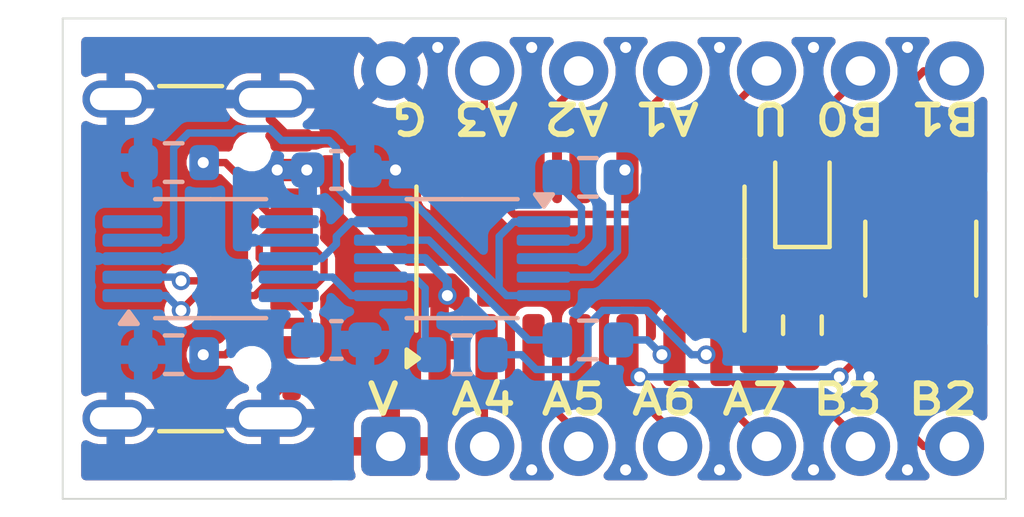
<source format=kicad_pcb>
(kicad_pcb (version 20241229) (generator "pcbnew") (generator_version "9.0")
  (layers (0 "F.Cu" signal) (2 "B.Cu" signal) (13 "F.Paste" user) (15 "B.Paste" user) (5 "F.SilkS" user "F.Silkscreen") (7 "B.SilkS" user "B.Silkscreen") (1 "F.Mask" user) (3 "B.Mask" user) (25 "Edge.Cuts" user))
  (net 0 "")
  (net 1 "PA1")
  (net 2 "GND")
  (net 3 "PA4")
  (net 4 "PA7")
  (net 5 "PA6")
  (net 6 "PB2")
  (net 7 "PB0")
  (net 8 "PB1")
  (net 9 "PA2")
  (net 10 "PA3")
  (net 11 "PA5")
  (net 12 "PB3")
  (net 13 "VCC")
  (net 14 "Net-(J2-CC1)")
  (net 15 "D+")
  (net 16 "D-")
  (net 17 "Net-(J2-CC2)")
  (net 18 "UPDI")
  (net 19 "Net-(R5-Pad1)")
  (net 21 "RTS#")
  (net 23 "TXD")
  (net 24 "RXD")
  (net 25 "Net-(U2-V3)")
  (net 28 "Net-(D1-K)")
  (net 29 "Net-(R3-Pad1)")
  (net 30 "Net-(R4-Pad1)")
  (footprint "LED_SMD:LED_0603_1608Metric" (layer "F.Cu") (at 112.4 98.2 90)
    (property "Reference" "D1" (hide yes))
    (property "Value" "LED_Small" (hide yes))
    (fp_line (start 0.8 -0.735) (end -1.485 -0.735) (stroke (width 0.12)) (layer "F.SilkS"))
    (fp_line (start -1.485 -0.735) (end -1.485 0.735) (stroke (width 0.12)) (layer "F.SilkS"))
    (fp_line (start -1.485 0.735) (end 0.8 0.735) (stroke (width 0.12)) (layer "F.SilkS"))
    (pad "1" smd roundrect (at -0.7875 0 90) (size 0.875 0.95) (layers "F.Cu" "F.Mask" "F.Paste") (net 28 "Net-(D1-K)"))
    (pad "2" smd roundrect (at 0.7875 0 90) (size 0.875 0.95) (layers "F.Cu" "F.Mask" "F.Paste") (net 10 "PA3"))
  )
  (footprint "Package_DIP:DIP-14_W10.16mm" (layer "F.Cu") (at 101.27 105.08 90)
    (property "Reference" "J1" (hide yes))
    (property "Value" "Conn_02x07_Counter_Clockwise" (hide yes))
    (pad "1" thru_hole roundrect (at 0 0 90) (size 1.6 1.6) (drill 0.8) (layers "*.Cu" "*.Mask") (roundrect_rratio 0.15625) (net 13 "VCC"))
    (pad "2" thru_hole circle (at 0 2.54 90) (size 1.6 1.6) (drill 0.8) (layers "*.Cu" "*.Mask") (net 3 "PA4"))
    (pad "3" thru_hole circle (at 0 5.08 90) (size 1.6 1.6) (drill 0.8) (layers "*.Cu" "*.Mask") (net 11 "PA5"))
    (pad "4" thru_hole circle (at 0 7.62 90) (size 1.6 1.6) (drill 0.8) (layers "*.Cu" "*.Mask") (net 5 "PA6"))
    (pad "5" thru_hole circle (at 0 10.16 90) (size 1.6 1.6) (drill 0.8) (layers "*.Cu" "*.Mask") (net 4 "PA7"))
    (pad "6" thru_hole circle (at 0 12.7 90) (size 1.6 1.6) (drill 0.8) (layers "*.Cu" "*.Mask") (net 12 "PB3"))
    (pad "7" thru_hole circle (at 0 15.24 90) (size 1.6 1.6) (drill 0.8) (layers "*.Cu" "*.Mask") (net 6 "PB2"))
    (pad "8" thru_hole circle (at 10.16 15.24 90) (size 1.6 1.6) (drill 0.8) (layers "*.Cu" "*.Mask") (net 8 "PB1"))
    (pad "9" thru_hole circle (at 10.16 12.7 90) (size 1.6 1.6) (drill 0.8) (layers "*.Cu" "*.Mask") (net 7 "PB0"))
    (pad "10" thru_hole circle (at 10.16 10.16 90) (size 1.6 1.6) (drill 0.8) (layers "*.Cu" "*.Mask") (net 18 "UPDI"))
    (pad "11" thru_hole circle (at 10.16 7.62 90) (size 1.6 1.6) (drill 0.8) (layers "*.Cu" "*.Mask") (net 1 "PA1"))
    (pad "12" thru_hole circle (at 10.16 5.08 90) (size 1.6 1.6) (drill 0.8) (layers "*.Cu" "*.Mask") (net 9 "PA2"))
    (pad "13" thru_hole circle (at 10.16 2.54 90) (size 1.6 1.6) (drill 0.8) (layers "*.Cu" "*.Mask") (net 10 "PA3"))
    (pad "14" thru_hole circle (at 10.16 0 90) (size 1.6 1.6) (drill 0.8) (layers "*.Cu" "*.Mask") (net 2 "GND"))
  )
  (footprint "Library:alps-skrp" (layer "F.Cu") (at 115.6 100 -90)
    (property "Reference" "SW1" (hide yes))
    (property "Value" "SW_Push" (hide yes))
    (fp_line (start -1 1.5) (end 1 1.5) (stroke (width 0.12)) (layer "F.SilkS"))
    (fp_line (start -1 -1.5) (end 1 -1.5) (stroke (width 0.12)) (layer "F.SilkS"))
    (pad "1" smd rect (at -2.075 1.075 270) (size 1.05 0.65) (layers "F.Cu" "F.Mask" "F.Paste") (net 4 "PA7"))
    (pad "1" smd rect (at 2.075 1.075 270) (size 1.05 0.65) (layers "F.Cu" "F.Mask" "F.Paste") (net 4 "PA7"))
    (pad "2" smd rect (at -2.075 -1.075 270) (size 1.05 0.65) (layers "F.Cu" "F.Mask" "F.Paste") (net 2 "GND"))
    (pad "2" smd rect (at 2.075 -1.075 270) (size 1.05 0.65) (layers "F.Cu" "F.Mask" "F.Paste") (net 2 "GND"))
  )
  (footprint "Resistor_SMD:R_0603_1608Metric" (layer "F.Cu") (at 112.4 101.8 -90)
    (property "Reference" "R6" (hide yes))
    (property "Value" "10k" (hide yes))
    (fp_line (start -0.237258 0.5225) (end 0.237258 0.5225) (stroke (width 0.12)) (layer "F.SilkS"))
    (fp_line (start -0.237258 -0.5225) (end 0.237258 -0.5225) (stroke (width 0.12)) (layer "F.SilkS"))
    (pad "1" smd roundrect (at -0.825 0 270) (size 0.8 0.95) (layers "F.Cu" "F.Mask" "F.Paste") (net 28 "Net-(D1-K)"))
    (pad "2" smd roundrect (at 0.825 0 270) (size 0.8 0.95) (layers "F.Cu" "F.Mask" "F.Paste") (net 2 "GND"))
  )
  (footprint "Package_SO:SOIC-14_3.9x8.7mm_P1.27mm" (layer "F.Cu") (at 106.4 100 90)
    (property "Reference" "U1" (hide yes))
    (property "Value" "ATtiny1604-SS" (hide yes))
    (fp_line (start 0 -4.435) (end 1.95 -4.435) (stroke (width 0.12)) (layer "F.SilkS"))
    (fp_line (start 0 -4.435) (end -1.95 -4.435) (stroke (width 0.12)) (layer "F.SilkS"))
    (fp_line (start 0 4.435) (end 1.95 4.435) (stroke (width 0.12)) (layer "F.SilkS"))
    (fp_line (start 0 4.435) (end -1.95 4.435) (stroke (width 0.12)) (layer "F.SilkS"))
    (fp_poly (pts (xy -2.7 -4.37) (xy -2.94 -4.7) (xy -2.46 -4.7)) (stroke (width 0.12)) (fill yes) (layer "F.SilkS"))
    (pad "1" smd roundrect (at -2.475 -3.81 90) (size 1.95 0.6) (layers "F.Cu" "F.Mask" "F.Paste") (net 13 "VCC"))
    (pad "2" smd roundrect (at -2.475 -2.54 90) (size 1.95 0.6) (layers "F.Cu" "F.Mask" "F.Paste") (net 3 "PA4"))
    (pad "3" smd roundrect (at -2.475 -1.27 90) (size 1.95 0.6) (layers "F.Cu" "F.Mask" "F.Paste") (net 11 "PA5"))
    (pad "4" smd roundrect (at -2.475 0 90) (size 1.95 0.6) (layers "F.Cu" "F.Mask" "F.Paste") (net 5 "PA6"))
    (pad "5" smd roundrect (at -2.475 1.27 90) (size 1.95 0.6) (layers "F.Cu" "F.Mask" "F.Paste") (net 4 "PA7"))
    (pad "6" smd roundrect (at -2.475 2.54 90) (size 1.95 0.6) (layers "F.Cu" "F.Mask" "F.Paste") (net 12 "PB3"))
    (pad "7" smd roundrect (at -2.475 3.81 90) (size 1.95 0.6) (layers "F.Cu" "F.Mask" "F.Paste") (net 6 "PB2"))
    (pad "8" smd roundrect (at 2.475 3.81 90) (size 1.95 0.6) (layers "F.Cu" "F.Mask" "F.Paste") (net 8 "PB1"))
    (pad "9" smd roundrect (at 2.475 2.54 90) (size 1.95 0.6) (layers "F.Cu" "F.Mask" "F.Paste") (net 7 "PB0"))
    (pad "10" smd roundrect (at 2.475 1.27 90) (size 1.95 0.6) (layers "F.Cu" "F.Mask" "F.Paste") (net 18 "UPDI"))
    (pad "11" smd roundrect (at 2.475 0 90) (size 1.95 0.6) (layers "F.Cu" "F.Mask" "F.Paste") (net 1 "PA1"))
    (pad "12" smd roundrect (at 2.475 -1.27 90) (size 1.95 0.6) (layers "F.Cu" "F.Mask" "F.Paste") (net 9 "PA2"))
    (pad "13" smd roundrect (at 2.475 -2.54 90) (size 1.95 0.6) (layers "F.Cu" "F.Mask" "F.Paste") (net 10 "PA3"))
    (pad "14" smd roundrect (at 2.475 -3.81 90) (size 1.95 0.6) (layers "F.Cu" "F.Mask" "F.Paste") (net 2 "GND"))
  )
  (footprint "Connector_USB:USB_C_Receptacle_GCT_USB4105-xx-A_16P_TopMnt_Horizontal" (layer "F.Cu") (at 94.91 100 -90)
    (property "Reference" "J2" (hide yes))
    (property "Value" "USB_C_Receptacle_USB2.0_16P" (hide yes))
    (fp_line (start -4.67 -0.1) (end -4.67 -1.8) (stroke (width 0.12)) (layer "F.SilkS"))
    (fp_line (start 4.67 -0.1) (end 4.67 -1.8) (stroke (width 0.12)) (layer "F.SilkS"))
    (pad "" np_thru_hole circle (at -2.89 -2.605 270) (size 0.65 0.65) (drill 0.65) (layers "*.Cu" "*.Mask"))
    (pad "" np_thru_hole circle (at 2.89 -2.605 270) (size 0.65 0.65) (drill 0.65) (layers "*.Cu" "*.Mask"))
    (pad "A1" smd roundrect (at -3.2 -3.68 270) (size 0.6 1.15) (layers "F.Cu" "F.Mask" "F.Paste") (net 2 "GND"))
    (pad "A4" smd roundrect (at -2.4 -3.68 270) (size 0.6 1.15) (layers "F.Cu" "F.Mask" "F.Paste") (net 13 "VCC"))
    (pad "A5" smd roundrect (at -1.25 -3.68 270) (size 0.3 1.15) (layers "F.Cu" "F.Mask" "F.Paste") (net 14 "Net-(J2-CC1)"))
    (pad "A6" smd roundrect (at -0.25 -3.68 270) (size 0.3 1.15) (layers "F.Cu" "F.Mask" "F.Paste") (net 15 "D+"))
    (pad "A7" smd roundrect (at 0.25 -3.68 270) (size 0.3 1.15) (layers "F.Cu" "F.Mask" "F.Paste") (net 16 "D-"))
    (pad "A8" smd roundrect (at 1.25 -3.68 270) (size 0.3 1.15) (layers "F.Cu" "F.Mask" "F.Paste"))
    (pad "A9" smd roundrect (at 2.4 -3.68 270) (size 0.6 1.15) (layers "F.Cu" "F.Mask" "F.Paste") (net 13 "VCC"))
    (pad "A12" smd roundrect (at 3.2 -3.68 270) (size 0.6 1.15) (layers "F.Cu" "F.Mask" "F.Paste") (net 2 "GND"))
    (pad "B1" smd roundrect (at 3.2 -3.68 270) (size 0.6 1.15) (layers "F.Cu" "F.Mask" "F.Paste") (net 2 "GND"))
    (pad "B4" smd roundrect (at 2.4 -3.68 270) (size 0.6 1.15) (layers "F.Cu" "F.Mask" "F.Paste") (net 13 "VCC"))
    (pad "B5" smd roundrect (at 1.75 -3.68 270) (size 0.3 1.15) (layers "F.Cu" "F.Mask" "F.Paste") (net 17 "Net-(J2-CC2)"))
    (pad "B6" smd roundrect (at 0.75 -3.68 270) (size 0.3 1.15) (layers "F.Cu" "F.Mask" "F.Paste") (net 15 "D+"))
    (pad "B7" smd roundrect (at -0.75 -3.68 270) (size 0.3 1.15) (layers "F.Cu" "F.Mask" "F.Paste") (net 16 "D-"))
    (pad "B8" smd roundrect (at -1.75 -3.68 270) (size 0.3 1.15) (layers "F.Cu" "F.Mask" "F.Paste"))
    (pad "B9" smd roundrect (at -2.4 -3.68 270) (size 0.6 1.15) (layers "F.Cu" "F.Mask" "F.Paste") (net 13 "VCC"))
    (pad "B12" smd roundrect (at -3.2 -3.68 270) (size 0.6 1.15) (layers "F.Cu" "F.Mask" "F.Paste") (net 2 "GND"))
    (pad "S1" thru_hole oval (at -4.32 -3.105 270) (size 1 2.1) (drill oval 0.6 1.7) (property pad_prop_heatsink) (layers "*.Cu" "*.Mask" "F.Paste") (net 2 "GND"))
    (pad "S1" thru_hole oval (at -4.32 1.075 270) (size 1 1.8) (drill oval 0.6 1.4) (property pad_prop_heatsink) (layers "*.Cu" "*.Mask" "F.Paste") (net 2 "GND"))
    (pad "S1" thru_hole oval (at 4.32 -3.105 270) (size 1 2.1) (drill oval 0.6 1.7) (property pad_prop_heatsink) (layers "*.Cu" "*.Mask" "F.Paste") (net 2 "GND"))
    (pad "S1" thru_hole oval (at 4.32 1.075 270) (size 1 1.8) (drill oval 0.6 1.4) (property pad_prop_heatsink) (layers "*.Cu" "*.Mask" "F.Paste") (net 2 "GND"))
  )
  (footprint "Package_SO:MSOP-10_3x3mm_P0.5mm" (layer "B.Cu") (at 96.4 100)
    (property "Reference" "U2" (hide yes))
    (property "Value" "CH340E" (hide yes))
    (fp_line (start 0 -1.61) (end -1.5 -1.61) (stroke (width 0.12)) (layer "B.SilkS"))
    (fp_line (start 0 -1.61) (end 1.5 -1.61) (stroke (width 0.12)) (layer "B.SilkS"))
    (fp_line (start 0 1.61) (end -1.5 1.61) (stroke (width 0.12)) (layer "B.SilkS"))
    (fp_line (start 0 1.61) (end 1.5 1.61) (stroke (width 0.12)) (layer "B.SilkS"))
    (fp_poly (pts (xy -2.2125 1.435) (xy -2.4525 1.765) (xy -1.9725 1.765)) (stroke (width 0.12)) (fill yes) (layer "B.SilkS"))
    (pad "1" smd roundrect (at -2.1125 1) (size 1.625 0.35) (layers "B.Cu" "B.Mask" "B.Paste") (net 15 "D+"))
    (pad "2" smd roundrect (at -2.1125 0.5) (size 1.625 0.35) (layers "B.Cu" "B.Mask" "B.Paste") (net 16 "D-"))
    (pad "3" smd roundrect (at -2.1125 0) (size 1.625 0.35) (layers "B.Cu" "B.Mask" "B.Paste") (net 2 "GND"))
    (pad "4" smd roundrect (at -2.1125 -0.5) (size 1.625 0.35) (layers "B.Cu" "B.Mask" "B.Paste") (net 21 "RTS#"))
    (pad "5" smd roundrect (at -2.1125 -1) (size 1.625 0.35) (layers "B.Cu" "B.Mask" "B.Paste"))
    (pad "6" smd roundrect (at 2.1125 -1) (size 1.625 0.35) (layers "B.Cu" "B.Mask" "B.Paste"))
    (pad "7" smd roundrect (at 2.1125 -0.5) (size 1.625 0.35) (layers "B.Cu" "B.Mask" "B.Paste") (net 13 "VCC"))
    (pad "8" smd roundrect (at 2.1125 0) (size 1.625 0.35) (layers "B.Cu" "B.Mask" "B.Paste") (net 23 "TXD"))
    (pad "9" smd roundrect (at 2.1125 0.5) (size 1.625 0.35) (layers "B.Cu" "B.Mask" "B.Paste") (net 24 "RXD"))
    (pad "10" smd roundrect (at 2.1125 1) (size 1.625 0.35) (layers "B.Cu" "B.Mask" "B.Paste") (net 25 "Net-(U2-V3)"))
  )
  (footprint "Resistor_SMD:R_0603_1608Metric" (layer "B.Cu") (at 106.6 97.8)
    (property "Reference" "R5" (hide yes))
    (property "Value" "4k7" (hide yes))
    (fp_line (start -0.237258 -0.5225) (end 0.237258 -0.5225) (stroke (width 0.12)) (layer "B.SilkS"))
    (fp_line (start -0.237258 0.5225) (end 0.237258 0.5225) (stroke (width 0.12)) (layer "B.SilkS"))
    (pad "1" smd roundrect (at -0.825 0) (size 0.8 0.95) (layers "B.Cu" "B.Mask" "B.Paste") (net 19 "Net-(R5-Pad1)"))
    (pad "2" smd roundrect (at 0.825 0) (size 0.8 0.95) (layers "B.Cu" "B.Mask" "B.Paste") (net 18 "UPDI"))
  )
  (footprint "Resistor_SMD:R_0603_1608Metric" (layer "B.Cu") (at 95.4 97.4 180)
    (property "Reference" "R1" (hide yes))
    (property "Value" "4k7" (hide yes))
    (fp_line (start -0.237258 0.5225) (end 0.237258 0.5225) (stroke (width 0.12)) (layer "B.SilkS"))
    (fp_line (start -0.237258 -0.5225) (end 0.237258 -0.5225) (stroke (width 0.12)) (layer "B.SilkS"))
    (pad "1" smd roundrect (at -0.825 0 180) (size 0.8 0.95) (layers "B.Cu" "B.Mask" "B.Paste") (net 14 "Net-(J2-CC1)"))
    (pad "2" smd roundrect (at 0.825 0 180) (size 0.8 0.95) (layers "B.Cu" "B.Mask" "B.Paste") (net 2 "GND"))
  )
  (footprint "Capacitor_SMD:C_0603_1608Metric" (layer "B.Cu") (at 99.8 102.2)
    (property "Reference" "C2" (hide yes))
    (property "Value" "0u1" (hide yes))
    (fp_line (start -0.14058 -0.51) (end 0.14058 -0.51) (stroke (width 0.12)) (layer "B.SilkS"))
    (fp_line (start -0.14058 0.51) (end 0.14058 0.51) (stroke (width 0.12)) (layer "B.SilkS"))
    (pad "1" smd roundrect (at -0.775 0) (size 0.9 0.95) (layers "B.Cu" "B.Mask" "B.Paste") (net 25 "Net-(U2-V3)"))
    (pad "2" smd roundrect (at 0.775 0) (size 0.9 0.95) (layers "B.Cu" "B.Mask" "B.Paste") (net 2 "GND"))
  )
  (footprint "Library:PCB.MCBEERINGI.DEV_small" (layer "B.Cu") (at 114.6 100)
    (property "Reference" "" (at 0 0 0) (layer "B.SilkS") (effects (font (size 1.27 1.27)) (justify mirror)))
    (property "Value" "")
  )
  (footprint "Resistor_SMD:R_0603_1608Metric" (layer "B.Cu") (at 103.2 102.6)
    (property "Reference" "R4" (hide yes))
    (property "Value" "4k7" (hide yes))
    (fp_line (start -0.237258 -0.5225) (end 0.237258 -0.5225) (stroke (width 0.12)) (layer "B.SilkS"))
    (fp_line (start -0.237258 0.5225) (end 0.237258 0.5225) (stroke (width 0.12)) (layer "B.SilkS"))
    (pad "1" smd roundrect (at -0.825 0) (size 0.8 0.95) (layers "B.Cu" "B.Mask" "B.Paste") (net 30 "Net-(R4-Pad1)"))
    (pad "2" smd roundrect (at 0.825 0) (size 0.8 0.95) (layers "B.Cu" "B.Mask" "B.Paste") (net 6 "PB2"))
  )
  (footprint "Capacitor_SMD:C_0603_1608Metric" (layer "B.Cu") (at 99.8 97.6)
    (property "Reference" "C1" (hide yes))
    (property "Value" "4u7" (hide yes))
    (fp_line (start -0.14058 -0.51) (end 0.14058 -0.51) (stroke (width 0.12)) (layer "B.SilkS"))
    (fp_line (start -0.14058 0.51) (end 0.14058 0.51) (stroke (width 0.12)) (layer "B.SilkS"))
    (pad "1" smd roundrect (at -0.775 0) (size 0.9 0.95) (layers "B.Cu" "B.Mask" "B.Paste") (net 13 "VCC"))
    (pad "2" smd roundrect (at 0.775 0) (size 0.9 0.95) (layers "B.Cu" "B.Mask" "B.Paste") (net 2 "GND"))
  )
  (footprint "Library:mcbeeringi_icon_5mm" (layer "B.Cu") (at 109.8 100 -90)
    (property "Reference" "" (at 0 0 90) (layer "B.SilkS") (effects (font (size 1.27 1.27)) (justify mirror)))
    (property "Value" "mcbeeringi_icon" (hide yes))
  )
  (footprint "Resistor_SMD:R_0603_1608Metric" (layer "B.Cu") (at 106.6 102.2)
    (property "Reference" "R3" (hide yes))
    (property "Value" "4k7" (hide yes))
    (fp_line (start -0.237258 -0.5225) (end 0.237258 -0.5225) (stroke (width 0.12)) (layer "B.SilkS"))
    (fp_line (start -0.237258 0.5225) (end 0.237258 0.5225) (stroke (width 0.12)) (layer "B.SilkS"))
    (pad "1" smd roundrect (at -0.825 0) (size 0.8 0.95) (layers "B.Cu" "B.Mask" "B.Paste") (net 29 "Net-(R3-Pad1)"))
    (pad "2" smd roundrect (at 0.825 0) (size 0.8 0.95) (layers "B.Cu" "B.Mask" "B.Paste") (net 12 "PB3"))
  )
  (footprint "Resistor_SMD:R_0603_1608Metric" (layer "B.Cu") (at 95.4 102.6 180)
    (property "Reference" "R2" (hide yes))
    (property "Value" "4k7" (hide yes))
    (fp_line (start -0.237258 0.5225) (end 0.237258 0.5225) (stroke (width 0.12)) (layer "B.SilkS"))
    (fp_line (start -0.237258 -0.5225) (end 0.237258 -0.5225) (stroke (width 0.12)) (layer "B.SilkS"))
    (pad "1" smd roundrect (at -0.825 0 180) (size 0.8 0.95) (layers "B.Cu" "B.Mask" "B.Paste") (net 17 "Net-(J2-CC2)"))
    (pad "2" smd roundrect (at 0.825 0 180) (size 0.8 0.95) (layers "B.Cu" "B.Mask" "B.Paste") (net 2 "GND"))
  )
  (footprint "Package_SO:VSSOP-10_3x3mm_P0.5mm" (layer "B.Cu") (at 103.2 100 180)
    (property "Reference" "U3" (hide yes))
    (property "Value" "TS5A23159DGS" (hide yes))
    (fp_line (start 0 1.61) (end 1.5 1.61) (stroke (width 0.12)) (layer "B.SilkS"))
    (fp_line (start 0 1.61) (end -1.5 1.61) (stroke (width 0.12)) (layer "B.SilkS"))
    (fp_line (start 0 -1.61) (end 1.5 -1.61) (stroke (width 0.12)) (layer "B.SilkS"))
    (fp_line (start 0 -1.61) (end -1.5 -1.61) (stroke (width 0.12)) (layer "B.SilkS"))
    (fp_poly (pts (xy -2.2125 1.41) (xy -2.4525 1.74) (xy -1.9725 1.74)) (stroke (width 0.12)) (fill yes) (layer "B.SilkS"))
    (pad "1" smd roundrect (at -2.2 1 180) (size 1.45 0.3) (layers "B.Cu" "B.Mask" "B.Paste") (net 21 "RTS#"))
    (pad "2" smd roundrect (at -2.2 0.5 180) (size 1.45 0.3) (layers "B.Cu" "B.Mask" "B.Paste") (net 19 "Net-(R5-Pad1)"))
    (pad "3" smd roundrect (at -2.2 0 180) (size 1.45 0.3) (layers "B.Cu" "B.Mask" "B.Paste") (net 2 "GND"))
    (pad "4" smd roundrect (at -2.2 -0.5 180) (size 1.45 0.3) (layers "B.Cu" "B.Mask" "B.Paste") (net 18 "UPDI"))
    (pad "5" smd roundrect (at -2.2 -1 180) (size 1.45 0.3) (layers "B.Cu" "B.Mask" "B.Paste") (net 21 "RTS#"))
    (pad "6" smd roundrect (at 2.2 -1 180) (size 1.45 0.3) (layers "B.Cu" "B.Mask" "B.Paste") (net 24 "RXD"))
    (pad "7" smd roundrect (at 2.2 -0.5 180) (size 1.45 0.3) (layers "B.Cu" "B.Mask" "B.Paste") (net 30 "Net-(R4-Pad1)"))
    (pad "8" smd roundrect (at 2.2 0 180) (size 1.45 0.3) (layers "B.Cu" "B.Mask" "B.Paste") (net 13 "VCC"))
    (pad "9" smd roundrect (at 2.2 0.5 180) (size 1.45 0.3) (layers "B.Cu" "B.Mask" "B.Paste") (net 29 "Net-(R3-Pad1)"))
    (pad "10" smd roundrect (at 2.2 1 180) (size 1.45 0.3) (layers "B.Cu" "B.Mask" "B.Paste") (net 23 "TXD"))
  )
  (gr_line (start 117.9 106.5) (end 92.4 106.5) (stroke (width 0.05)) (layer "Edge.Cuts"))
  (gr_line (start 117.9 93.5) (end 117.9 106.5) (stroke (width 0.05)) (layer "Edge.Cuts"))
  (gr_line (start 92.4 106.5) (end 92.4 93.5) (stroke (width 0.05)) (layer "Edge.Cuts"))
  (gr_line (start 92.4 93.5) (end 117.9 93.5) (stroke (width 0.05)) (layer "Edge.Cuts"))
  (gr_text "V  A4 A5 A6 A7 B3 B2" (at 108.89 103.81 0) (layer "F.SilkS") (effects (font (size 0.8 0.95) (thickness 0.16) (bold yes))))
  (gr_text "B1 B0 U  A1 A2 A3 G " (at 108.89 96.19 180) (layer "F.SilkS") (effects (font (size 0.8 0.95) (thickness 0.16) (bold yes))))
  (segment (start 108 96.2) (end 108.89 95.31) (width 0.2) (layer "F.Cu") (net 1))
  (segment (start 108.89 95.31) (end 108.89 94.92) (width 0.2) (layer "F.Cu") (net 1))
  (segment (start 106.4 97) (end 107.2 96.2) (width 0.2) (layer "F.Cu") (net 1))
  (segment (start 106.4 97.525) (end 106.4 97) (width 0.2) (layer "F.Cu") (net 1))
  (segment (start 107.2 96.2) (end 108 96.2) (width 0.2) (layer "F.Cu") (net 1))
  (segment (start 98.015 103.775) (end 98.59 103.2) (width 0.25) (layer "F.Cu") (net 2))
  (segment (start 98.015 104.32) (end 98.015 103.775) (width 0.25) (layer "F.Cu") (net 2))
  (segment (start 98.015 95.68) (end 98.015 96.225) (width 0.25) (layer "F.Cu") (net 2))
  (segment (start 98.015 96.225) (end 98.59 96.8) (width 0.25) (layer "F.Cu") (net 2))
  (via (at 105.08 105.715) (size 0.5) (drill 0.3) (layers "F.Cu" "B.Cu") (net 2))
  (via (at 101.4 97.6) (size 0.5) (drill 0.3) (layers "F.Cu" "B.Cu") (net 2))
  (via (at 105.08 94.285) (size 0.5) (drill 0.3) (layers "F.Cu" "B.Cu") (net 2))
  (via (at 110.16 94.285) (size 0.5) (drill 0.3) (layers "F.Cu" "B.Cu") (net 2))
  (via (at 115.24 105.715) (size 0.5) (drill 0.3) (layers "F.Cu" "B.Cu") (net 2))
  (via (at 107.62 105.715) (size 0.5) (drill 0.3) (layers "F.Cu" "B.Cu") (net 2))
  (via (at 107.62 94.285) (size 0.5) (drill 0.3) (layers "F.Cu" "B.Cu") (net 2))
  (via (at 102.54 94.285) (size 0.5) (drill 0.3) (layers "F.Cu" "B.Cu") (net 2))
  (via (at 112.7 94.285) (size 0.5) (drill 0.3) (layers "F.Cu" "B.Cu") (net 2))
  (via (at 114.2 103.2) (size 0.5) (drill 0.3) (layers "F.Cu" "B.Cu") (net 2))
  (via (at 115.24 94.285) (size 0.5) (drill 0.3) (layers "F.Cu" "B.Cu") (net 2))
  (via (at 112.7 105.715) (size 0.5) (drill 0.3) (layers "F.Cu" "B.Cu") (net 2))
  (via (at 110.16 105.715) (size 0.5) (drill 0.3) (layers "F.Cu" "B.Cu") (net 2))
  (segment (start 103.86 102.475) (end 103.8 102.535) (width 0.2) (layer "F.Cu") (net 3))
  (segment (start 103.8 102.535) (end 103.8 105.07) (width 0.2) (layer "F.Cu") (net 3))
  (segment (start 103.8 105.07) (end 103.81 105.08) (width 0.2) (layer "F.Cu") (net 3))
  (segment (start 108.6 103.8) (end 109.2 103.8) (width 0.2) (layer "F.Cu") (net 4))
  (segment (start 109.2 103.8) (end 109.6 104.2) (width 0.2) (layer "F.Cu") (net 4))
  (segment (start 107.67 102.87) (end 108.6 103.8) (width 0.2) (layer "F.Cu") (net 4))
  (segment (start 110.6 104.2) (end 111.43 105.03) (width 0.2) (layer "F.Cu") (net 4))
  (segment (start 113.4 103.2) (end 114.525 102.075) (width 0.2) (layer "F.Cu") (net 4))
  (segment (start 111.43 105.03) (end 111.43 105.08) (width 0.2) (layer "F.Cu") (net 4))
  (segment (start 109.6 104.2) (end 110.6 104.2) (width 0.2) (layer "F.Cu") (net 4))
  (segment (start 107.67 102.475) (end 107.67 102.87) (width 0.2) (layer "F.Cu") (net 4))
  (segment (start 114.525 102.075) (end 114.525 97.925) (width 0.2) (layer "F.Cu") (net 4))
  (via (at 108 103.2) (size 0.5) (drill 0.3) (layers "F.Cu" "B.Cu") (net 4))
  (via (at 113.4 103.2) (size 0.5) (drill 0.3) (layers "F.Cu" "B.Cu") (net 4))
  (segment (start 113.4 103.2) (end 108 103.2) (width 0.2) (layer "B.Cu") (net 4))
  (segment (start 106.4 102.475) (end 106.4 103) (width 0.2) (layer "F.Cu") (net 5))
  (segment (start 106.4 103) (end 107.2 103.8) (width 0.2) (layer "F.Cu") (net 5))
  (segment (start 108 103.8) (end 108.89 104.69) (width 0.2) (layer "F.Cu") (net 5))
  (segment (start 108.89 104.69) (end 108.89 105.08) (width 0.2) (layer "F.Cu") (net 5))
  (segment (start 107.2 103.8) (end 108 103.8) (width 0.2) (layer "F.Cu") (net 5))
  (segment (start 115.68 105.08) (end 116.51 105.08) (width 0.2) (layer "F.Cu") (net 6))
  (segment (start 112.4 103.8) (end 114.4 103.8) (width 0.2) (layer "F.Cu") (net 6))
  (segment (start 110.6 103.4) (end 112 103.4) (width 0.2) (layer "F.Cu") (net 6))
  (segment (start 110.21 102.475) (end 110.21 103.01) (width 0.2) (layer "F.Cu") (net 6))
  (segment (start 114.4 103.8) (end 115.68 105.08) (width 0.2) (layer "F.Cu") (net 6))
  (segment (start 110.21 103.01) (end 110.6 103.4) (width 0.2) (layer "F.Cu") (net 6))
  (segment (start 112 103.4) (end 112.4 103.8) (width 0.2) (layer "F.Cu") (net 6))
  (via (at 109.8 102.6) (size 0.5) (drill 0.3) (layers "F.Cu" "B.Cu") (net 6))
  (segment (start 108.2 101.4) (end 107 101.4) (width 0.2) (layer "B.Cu") (net 6))
  (segment (start 107 101.4) (end 106.6 101.8) (width 0.2) (layer "B.Cu") (net 6))
  (segment (start 104.8 102.6) (end 104.025 102.6) (width 0.2) (layer "B.Cu") (net 6))
  (segment (start 106.6 102.6) (end 106.2 103) (width 0.2) (layer "B.Cu") (net 6))
  (segment (start 109.8 102.6) (end 109.4 102.6) (width 0.2) (layer "B.Cu") (net 6))
  (segment (start 106.2 103) (end 105.2 103) (width 0.2) (layer "B.Cu") (net 6))
  (segment (start 105.2 103) (end 104.8 102.6) (width 0.2) (layer "B.Cu") (net 6))
  (segment (start 106.6 101.8) (end 106.6 102.6) (width 0.2) (layer "B.Cu") (net 6))
  (segment (start 109.4 102.6) (end 108.2 101.4) (width 0.2) (layer "B.Cu") (net 6))
  (segment (start 108.94 97.06) (end 109.8 96.2) (width 0.2) (layer "F.Cu") (net 7))
  (segment (start 108.94 97.525) (end 108.94 97.06) (width 0.2) (layer "F.Cu") (net 7))
  (segment (start 112.2 95.8) (end 113.2 95.8) (width 0.2) (layer "F.Cu") (net 7))
  (segment (start 111.8 96.2) (end 112.2 95.8) (width 0.2) (layer "F.Cu") (net 7))
  (segment (start 113.97 95.03) (end 113.97 94.92) (width 0.2) (layer "F.Cu") (net 7))
  (segment (start 113.2 95.8) (end 113.97 95.03) (width 0.2) (layer "F.Cu") (net 7))
  (segment (start 109.8 96.2) (end 111.8 96.2) (width 0.2) (layer "F.Cu") (net 7))
  (segment (start 114.4 96.2) (end 115.68 94.92) (width 0.2) (layer "F.Cu") (net 8))
  (segment (start 110.6 96.6) (end 112 96.6) (width 0.2) (layer "F.Cu") (net 8))
  (segment (start 110.21 96.99) (end 110.6 96.6) (width 0.2) (layer "F.Cu") (net 8))
  (segment (start 112 96.6) (end 112.4 96.2) (width 0.2) (layer "F.Cu") (net 8))
  (segment (start 115.68 94.92) (end 116.51 94.92) (width 0.2) (layer "F.Cu") (net 8))
  (segment (start 110.21 97.525) (end 110.21 96.99) (width 0.2) (layer "F.Cu") (net 8))
  (segment (start 112.4 96.2) (end 114.4 96.2) (width 0.2) (layer "F.Cu") (net 8))
  (segment (start 105.13 96.47) (end 106.35 95.25) (width 0.2) (layer "F.Cu") (net 9))
  (segment (start 105.13 97.525) (end 105.13 96.47) (width 0.2) (layer "F.Cu") (net 9))
  (segment (start 106.35 95.25) (end 106.35 94.92) (width 0.2) (layer "F.Cu") (net 9))
  (segment (start 111 98.4) (end 110.6 98.8) (width 0.2) (layer "F.Cu") (net 10))
  (segment (start 104 98.2) (end 104 97.665) (width 0.2) (layer "F.Cu") (net 10))
  (segment (start 110.6 98.8) (end 104.6 98.8) (width 0.2) (layer "F.Cu") (net 10))
  (segment (start 111.3875 97.4125) (end 111 97.8) (width 0.2) (layer "F.Cu") (net 10))
  (segment (start 111 97.8) (end 111 98.4) (width 0.2) (layer "F.Cu") (net 10))
  (segment (start 103.8 97.465) (end 103.8 94.93) (width 0.2) (layer "F.Cu") (net 10))
  (segment (start 103.8 94.93) (end 103.81 94.92) (width 0.2) (layer "F.Cu") (net 10))
  (segment (start 104.6 98.8) (end 104 98.2) (width 0.2) (layer "F.Cu") (net 10))
  (segment (start 103.86 97.525) (end 103.8 97.465) (width 0.2) (layer "F.Cu") (net 10))
  (segment (start 112.4 97.4125) (end 111.3875 97.4125) (width 0.2) (layer "F.Cu") (net 10))
  (segment (start 104 97.665) (end 103.86 97.525) (width 0.2) (layer "F.Cu") (net 10))
  (segment (start 106.35 104.75) (end 106.35 105.08) (width 0.2) (layer "F.Cu") (net 11))
  (segment (start 105.13 102.475) (end 105.13 103.53) (width 0.2) (layer "F.Cu") (net 11))
  (segment (start 105.13 103.53) (end 106.35 104.75) (width 0.2) (layer "F.Cu") (net 11))
  (segment (start 108.94 102.94) (end 109.8 103.8) (width 0.2) (layer "F.Cu") (net 12))
  (segment (start 112.2 104.2) (end 113.2 104.2) (width 0.2) (layer "F.Cu") (net 12))
  (segment (start 111.8 103.8) (end 112.2 104.2) (width 0.2) (layer "F.Cu") (net 12))
  (segment (start 108.94 102.475) (end 108.94 102.94) (width 0.2) (layer "F.Cu") (net 12))
  (segment (start 109.8 103.8) (end 111.8 103.8) (width 0.2) (layer "F.Cu") (net 12))
  (segment (start 113.2 104.2) (end 113.97 104.97) (width 0.2) (layer "F.Cu") (net 12))
  (segment (start 113.97 104.97) (end 113.97 105.08) (width 0.2) (layer "F.Cu") (net 12))
  (via (at 108.6 102.6) (size 0.5) (drill 0.3) (layers "F.Cu" "B.Cu") (net 12))
  (segment (start 108.2 102.2) (end 107.425 102.2) (width 0.2) (layer "B.Cu") (net 12))
  (segment (start 108.6 102.6) (end 108.2 102.2) (width 0.2) (layer "B.Cu") (net 12))
  (via (at 99 97.6) (size 0.5) (drill 0.3) (layers "F.Cu" "B.Cu") (net 13))
  (via (at 102.8 101) (size 0.5) (drill 0.3) (layers "F.Cu" "B.Cu") (net 13))
  (via (at 98.2 97.6) (size 0.5) (drill 0.3) (layers "F.Cu" "B.Cu") (net 13))
  (segment (start 102.197546 100) (end 101 100) (width 0.25) (layer "B.Cu") (net 13))
  (segment (start 102.8 100.602454) (end 102.197546 100) (width 0.25) (layer "B.Cu") (net 13))
  (segment (start 98.2 97.6) (end 99 97.6) (width 0.25) (layer "B.Cu") (net 13))
  (segment (start 102.8 101) (end 102.8 100.602454) (width 0.25) (layer "B.Cu") (net 13))
  (segment (start 97.95 98.75) (end 98.59 98.75) (width 0.2) (layer "F.Cu") (net 14))
  (segment (start 97.6 98.2) (end 97.6 98.4) (width 0.2) (layer "F.Cu") (net 14))
  (segment (start 96.8 97.4) (end 97.6 98.2) (width 0.2) (layer "F.Cu") (net 14))
  (segment (start 97.6 98.4) (end 97.95 98.75) (width 0.2) (layer "F.Cu") (net 14))
  (segment (start 96.2 97.4) (end 96.8 97.4) (width 0.2) (layer "F.Cu") (net 14))
  (via (at 96.2 97.4) (size 0.5) (drill 0.3) (layers "F.Cu" "B.Cu") (net 14))
  (segment (start 96.2 97.4) (end 96.225 97.4) (width 0.2) (layer "B.Cu") (net 14))
  (segment (start 97.85 100.75) (end 98.59 100.75) (width 0.2) (layer "F.Cu") (net 15))
  (segment (start 96 101) (end 97.6 101) (width 0.2) (layer "F.Cu") (net 15))
  (segment (start 99.466 100.017176) (end 99.466 100.482824) (width 0.2) (layer "F.Cu") (net 15))
  (segment (start 99.466 100.482824) (end 99.198824 100.75) (width 0.2) (layer "F.Cu") (net 15))
  (segment (start 99.198824 99.75) (end 99.466 100.017176) (width 0.2) (layer "F.Cu") (net 15))
  (segment (start 97.6 101) (end 97.85 100.75) (width 0.2) (layer "F.Cu") (net 15))
  (segment (start 98.59 99.75) (end 99.198824 99.75) (width 0.2) (layer "F.Cu") (net 15))
  (segment (start 99.198824 100.75) (end 98.59 100.75) (width 0.2) (layer "F.Cu") (net 15))
  (segment (start 95.6 101.4) (end 96 101) (width 0.2) (layer "F.Cu") (net 15))
  (via (at 95.6 101.4) (size 0.5) (drill 0.3) (layers "F.Cu" "B.Cu") (net 15))
  (segment (start 95.6 101.4) (end 95.2 101) (width 0.2) (layer "B.Cu") (net 15))
  (segment (start 95.2 101) (end 94.2875 101) (width 0.2) (layer "B.Cu") (net 15))
  (segment (start 97.981176 99.25) (end 98.59 99.25) (width 0.2) (layer "F.Cu") (net 16))
  (segment (start 97.4 100.6) (end 97.75 100.25) (width 0.2) (layer "F.Cu") (net 16))
  (segment (start 98.59 100.25) (end 97.981176 100.25) (width 0.2) (layer "F.Cu") (net 16))
  (segment (start 97.981176 100.25) (end 97.714 99.982824) (width 0.2) (layer "F.Cu") (net 16))
  (segment (start 97.75 100.25) (end 98.59 100.25) (width 0.2) (layer "F.Cu") (net 16))
  (segment (start 97.714 99.517176) (end 97.981176 99.25) (width 0.2) (layer "F.Cu") (net 16))
  (segment (start 95.6 100.6) (end 97.4 100.6) (width 0.2) (layer "F.Cu") (net 16))
  (segment (start 97.714 99.982824) (end 97.714 99.517176) (width 0.2) (layer "F.Cu") (net 16))
  (via (at 95.6 100.6) (size 0.5) (drill 0.3) (layers "F.Cu" "B.Cu") (net 16))
  (segment (start 95.6 100.6) (end 95.5 100.5) (width 0.2) (layer "B.Cu") (net 16))
  (segment (start 95.5 100.5) (end 94.2875 100.5) (width 0.2) (layer "B.Cu") (net 16))
  (segment (start 97.65 101.75) (end 96.8 102.6) (width 0.2) (layer "F.Cu") (net 17))
  (segment (start 98.59 101.75) (end 97.65 101.75) (width 0.2) (layer "F.Cu") (net 17))
  (segment (start 96.8 102.6) (end 96.2 102.6) (width 0.2) (layer "F.Cu") (net 17))
  (via (at 96.2 102.6) (size 0.5) (drill 0.3) (layers "F.Cu" "B.Cu") (net 17))
  (segment (start 107.67 97.525) (end 107.67 97.13) (width 0.2) (layer "F.Cu") (net 18))
  (segment (start 111.43 94.97) (end 111.43 94.92) (width 0.2) (layer "F.Cu") (net 18))
  (segment (start 109.6 95.8) (end 110.6 95.8) (width 0.2) (layer "F.Cu") (net 18))
  (segment (start 108.6 96.2) (end 109.2 96.2) (width 0.2) (layer "F.Cu") (net 18))
  (segment (start 109.2 96.2) (end 109.6 95.8) (width 0.2) (layer "F.Cu") (net 18))
  (segment (start 110.6 95.8) (end 111.43 94.97) (width 0.2) (layer "F.Cu") (net 18))
  (segment (start 107.67 97.13) (end 108.6 96.2) (width 0.2) (layer "F.Cu") (net 18))
  (via (at 107.6 97.6) (size 0.5) (drill 0.3) (layers "F.Cu" "B.Cu") (net 18))
  (segment (start 106.7 100.5) (end 107.4 99.8) (width 0.2) (layer "B.Cu") (net 18))
  (segment (start 105.4 100.5) (end 106.7 100.5) (width 0.2) (layer "B.Cu") (net 18))
  (segment (start 107.4 97.825) (end 107.425 97.8) (width 0.2) (layer "B.Cu") (net 18))
  (segment (start 107.4 99.8) (end 107.4 97.825) (width 0.2) (layer "B.Cu") (net 18))
  (segment (start 106.426 98.626) (end 106.426 99.374) (width 0.2) (layer "B.Cu") (net 19))
  (segment (start 105.775 97.8) (end 105.775 97.975) (width 0.2) (layer "B.Cu") (net 19))
  (segment (start 105.775 97.975) (end 106.426 98.626) (width 0.2) (layer "B.Cu") (net 19))
  (segment (start 106.3 99.5) (end 105.4 99.5) (width 0.2) (layer "B.Cu") (net 19))
  (segment (start 106.426 99.374) (end 106.3 99.5) (width 0.2) (layer "B.Cu") (net 19))
  (segment (start 99.8 98.05011) (end 100.14989 98.4) (width 0.2) (layer "B.Cu") (net 21))
  (segment (start 105.4 101) (end 104.4 101) (width 0.2) (layer "B.Cu") (net 21))
  (segment (start 104.2 100.8) (end 104.2 100.6) (width 0.2) (layer "B.Cu") (net 21))
  (segment (start 95.4 97) (end 95.8 96.6) (width 0.2) (layer "B.Cu") (net 21))
  (segment (start 104.2 99.4) (end 104.2 100.6) (width 0.2) (layer "B.Cu") (net 21))
  (segment (start 104.4 101) (end 104.2 100.8) (width 0.2) (layer "B.Cu") (net 21))
  (segment (start 101.8 98.4) (end 104.2 100.8) (width 0.2) (layer "B.Cu") (net 21))
  (segment (start 98 96.484) (end 98.316 96.8) (width 0.2) (layer "B.Cu") (net 21))
  (segment (start 99.8 97) (end 99.8 98.05011) (width 0.2) (layer "B.Cu") (net 21))
  (segment (start 98.316 96.8) (end 99.6 96.8) (width 0.2) (layer "B.Cu") (net 21))
  (segment (start 95.4 99.4) (end 95.4 97) (width 0.2) (layer "B.Cu") (net 21))
  (segment (start 95.3 99.5) (end 95.4 99.4) (width 0.2) (layer "B.Cu") (net 21))
  (segment (start 105.4 99) (end 104.6 99) (width 0.2) (layer "B.Cu") (net 21))
  (segment (start 94.2875 99.5) (end 95.3 99.5) (width 0.2) (layer "B.Cu") (net 21))
  (segment (start 100.14989 98.4) (end 101.8 98.4) (width 0.2) (layer "B.Cu") (net 21))
  (segment (start 99.6 96.8) (end 99.8 97) (width 0.2) (layer "B.Cu") (net 21))
  (segment (start 104.6 99) (end 104.2 99.4) (width 0.2) (layer "B.Cu") (net 21))
  (segment (start 97 96.6) (end 97.116 96.484) (width 0.2) (layer "B.Cu") (net 21))
  (segment (start 95.8 96.6) (end 97 96.6) (width 0.2) (layer "B.Cu") (net 21))
  (segment (start 97.116 96.484) (end 98 96.484) (width 0.2) (layer "B.Cu") (net 21))
  (segment (start 98.5125 100) (end 99.4 100) (width 0.2) (layer "B.Cu") (net 23))
  (segment (start 99.8 99.4) (end 100.2 99) (width 0.2) (layer "B.Cu") (net 23))
  (segment (start 100.2 99) (end 101 99) (width 0.2) (layer "B.Cu") (net 23))
  (segment (start 99.4 100) (end 99.8 99.6) (width 0.2) (layer "B.Cu") (net 23))
  (segment (start 99.8 99.6) (end 99.8 99.4) (width 0.2) (layer "B.Cu") (net 23))
  (segment (start 98.5125 100.5) (end 99.7 100.5) (width 0.2) (layer "B.Cu") (net 24))
  (segment (start 99.7 100.5) (end 100.2 101) (width 0.2) (layer "B.Cu") (net 24))
  (segment (start 100.2 101) (end 101 101) (width 0.2) (layer "B.Cu") (net 24))
  (segment (start 98.5125 101) (end 99.025 101.5125) (width 0.2) (layer "B.Cu") (net 25))
  (segment (start 99.025 101.5125) (end 99.025 102.2) (width 0.2) (layer "B.Cu") (net 25))
  (segment (start 112.4 98.9875) (end 112.4 100.975) (width 0.2) (layer "F.Cu") (net 28))
  (segment (start 101 99.5) (end 102.3 99.5) (width 0.2) (layer "B.Cu") (net 29))
  (segment (start 102.3 99.5) (end 105 102.2) (width 0.2) (layer "B.Cu") (net 29))
  (segment (start 105 102.2) (end 105.775 102.2) (width 0.2) (layer "B.Cu") (net 29))
  (segment (start 102.2 102.425) (end 102.375 102.6) (width 0.2) (layer "B.Cu") (net 30))
  (segment (start 101 100.5) (end 101.9 100.5) (width 0.2) (layer "B.Cu") (net 30))
  (segment (start 102.2 100.8) (end 102.2 102.425) (width 0.2) (layer "B.Cu") (net 30))
  (segment (start 101.9 100.5) (end 102.2 100.8) (width 0.2) (layer "B.Cu") (net 30))
  (zone (net 13) (net_name "VCC") (layer "F.Cu") (priority 1) (connect_pads (clearance 0.2)) (min_thickness 0.25) (fill yes (thermal_gap 0.2) (thermal_bridge_width 0.5))
    (polygon (pts (xy 98.6 97.2) (xy 98.6 102.8) (xy 99.6 102.8) (xy 100 103.2) (xy 100 107) (xy 103.4 107) (xy 103.4 100.8) (xy 103 100.4) (xy 101.6 100.4) (xy 100 98.8) (xy 100 97.4) (xy 99.8 97.2)))
  )
  (zone (net 2) (net_name "GND") (layer "F.Cu") (connect_pads (clearance 0.2)) (min_thickness 0.25) (fill yes (thermal_gap 0.2) (thermal_bridge_width 0.5))
    (polygon (pts (xy 91.4 93) (xy 118.4 93) (xy 118.4 107) (xy 91.4 107)))
  )
  (zone (net 13) (net_name "VCC") (layer "B.Cu") (priority 2) (connect_pads (clearance 0.2)) (min_thickness 0.25) (fill yes (thermal_gap 0.2) (thermal_bridge_width 0.5) (island_removal_mode 1) (island_area_min 10))
    (polygon (pts (xy 97 97) (xy 97 99.8) (xy 100.2 99.8) (xy 100.2 97)))
  )
  (zone (net 2) (net_name "GND") (layer "B.Cu") (connect_pads (clearance 0.2)) (min_thickness 0.25) (fill yes (thermal_gap 0.2) (thermal_bridge_width 0.5))
    (polygon (pts (xy 91.4 93) (xy 118.4 93) (xy 118.4 107) (xy 91.4 107)))
  )
)
</source>
